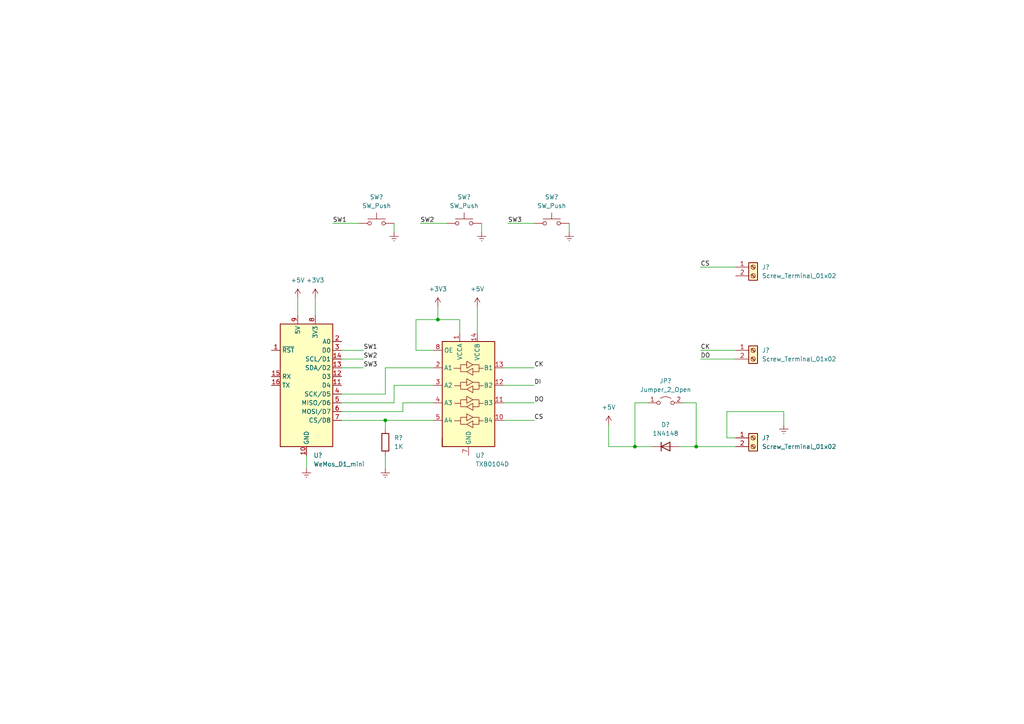
<source format=kicad_sch>
(kicad_sch (version 20211123) (generator eeschema)
  (paper "A4")
  (lib_symbols
    (symbol "Connector:Screw_Terminal_01x02" (pin_names (offset 1.016) hide)
      (property "Reference" "J" (at 0 2.54 0))
      (property "Value" "Screw_Terminal_01x02" (at 0 -5.08 0))
      (symbol "Screw_Terminal_01x02_1_1"
        (rectangle (start -1.27 1.27) (end 1.27 -3.81) (stroke (width 0.254)) (fill (type background)))
        (circle (center 0 -2.54) (radius 0.635) (stroke (width 0.1524)))
        (polyline (pts (xy -0.5334 -2.2098) (xy 0.3302 -3.048)) (stroke (width 0.1524)))
        (polyline (pts (xy -0.5334 0.3302) (xy 0.3302 -0.508)) (stroke (width 0.1524)))
        (polyline (pts (xy -0.3556 -2.032) (xy 0.508 -2.8702)) (stroke (width 0.1524)))
        (polyline (pts (xy -0.3556 0.508) (xy 0.508 -0.3302)) (stroke (width 0.1524)))
        (circle (center 0 0) (radius 0.635) (stroke (width 0.1524)))
        (pin passive line (at -5.08 0 0) (length 3.81) (name "Pin_1") (number "1"))
        (pin passive line (at -5.08 -2.54 0) (length 3.81) (name "Pin_2") (number "2"))
      )
    )
    (symbol "Device:R" (pin_numbers hide) (pin_names (offset 0))
      (property "Reference" "R" (at 2.032 0 90))
      (property "Value" "R" (at 0 0 90))
      (symbol "R_0_1"
        (rectangle (start -1.016 -2.54) (end 1.016 2.54) (stroke (width 0.254)))
      )
      (symbol "R_1_1"
        (pin passive line (at 0 3.81 270) (length 1.27) (name "~") (number "1"))
        (pin passive line (at 0 -3.81 90) (length 1.27) (name "~") (number "2"))
      )
    )
    (symbol "Diode:1N4148" (pin_numbers hide) (pin_names (offset 1.016) hide)
      (property "Reference" "D" (at 0 2.54 0))
      (property "Value" "1N4148" (at 0 -2.54 0))
      (symbol "1N4148_0_1"
        (polyline (pts (xy -1.27 1.27) (xy -1.27 -1.27)) (stroke (width 0.254)))
        (polyline (pts (xy 1.27 0) (xy -1.27 0)))
        (polyline (pts (xy 1.27 1.27) (xy 1.27 -1.27) (xy -1.27 0) (xy 1.27 1.27)) (stroke (width 0.254)))
      )
      (symbol "1N4148_1_1"
        (pin passive line (at -3.81 0 0) (length 2.54) (name "K") (number "1"))
        (pin passive line (at 3.81 0 180) (length 2.54) (name "A") (number "2"))
      )
    )
    (symbol "Jumper:Jumper_2_Open" (pin_names (offset 0) hide)
      (property "Reference" "JP" (at 0 2.794 0))
      (property "Value" "Jumper_2_Open" (at 0 -2.286 0))
      (symbol "Jumper_2_Open_0_0"
        (circle (center -2.032 0) (radius 0.508))
        (circle (center 2.032 0) (radius 0.508))
      )
      (symbol "Jumper_2_Open_0_1"
        (arc (start 1.524 1.27) (mid 0 1.778) (end -1.524 1.27))
      )
      (symbol "Jumper_2_Open_1_1"
        (pin passive line (at -5.08 0 0) (length 2.54) (name "A") (number "1"))
        (pin passive line (at 5.08 0 180) (length 2.54) (name "B") (number "2"))
      )
    )
    (symbol "Logic_LevelTranslator:TXB0104D"
      (property "Reference" "U" (at -6.35 16.51 0))
      (property "Value" "TXB0104D" (at 3.81 16.51 0))
      (symbol "TXB0104D_0_1"
        (rectangle (start -7.62 -15.24) (end -7.62 -12.7) (stroke (width 0.254)))
        (rectangle (start -7.62 15.24) (end 7.62 -15.24) (stroke (width 0.254)) (fill (type background)))
        (polyline (pts (xy -2.286 -7.747) (xy -2.286 -6.731) (xy -0.508 -6.731)))
        (polyline (pts (xy -2.286 -2.667) (xy -2.286 -1.651) (xy -0.508 -1.651)))
        (polyline (pts (xy -2.286 2.413) (xy -2.286 3.429) (xy -0.508 3.429)))
        (polyline (pts (xy -2.286 7.493) (xy -2.286 8.509) (xy -0.508 8.509)))
        (polyline (pts (xy 3.048 -7.747) (xy 3.048 -8.763) (xy 1.27 -8.763)))
        (polyline (pts (xy 3.048 -2.667) (xy 3.048 -3.683) (xy 1.27 -3.683)))
        (polyline (pts (xy 3.048 2.413) (xy 3.048 1.397) (xy 1.27 1.397)))
        (polyline (pts (xy 3.048 7.493) (xy 3.048 6.477) (xy 1.27 6.477)))
        (polyline (pts (xy -0.508 -8.763) (xy -2.286 -8.763) (xy -2.286 -7.747) (xy -4.064 -7.747)))
        (polyline (pts (xy -0.508 -8.763) (xy 1.27 -7.747) (xy 1.27 -9.779) (xy -0.508 -8.763)))
        (polyline (pts (xy -0.508 -3.683) (xy -2.286 -3.683) (xy -2.286 -2.667) (xy -4.064 -2.667)))
        (polyline (pts (xy -0.508 -3.683) (xy 1.27 -2.667) (xy 1.27 -4.699) (xy -0.508 -3.683)))
        (polyline (pts (xy -0.508 1.397) (xy -2.286 1.397) (xy -2.286 2.413) (xy -4.064 2.413)))
        (polyline (pts (xy -0.508 1.397) (xy 1.27 2.413) (xy 1.27 0.381) (xy -0.508 1.397)))
        (polyline (pts (xy -0.508 6.477) (xy -2.286 6.477) (xy -2.286 7.493) (xy -4.318 7.493)))
        (polyline (pts (xy -0.508 6.477) (xy 1.27 7.493) (xy 1.27 5.461) (xy -0.508 6.477)))
        (polyline (pts (xy 1.27 -6.731) (xy -0.508 -7.747) (xy -0.508 -5.715) (xy 1.27 -6.731)))
        (polyline (pts (xy 1.27 -6.731) (xy 3.048 -6.731) (xy 3.048 -7.747) (xy 4.318 -7.747)))
        (polyline (pts (xy 1.27 -1.651) (xy -0.508 -2.667) (xy -0.508 -0.635) (xy 1.27 -1.651)))
        (polyline (pts (xy 1.27 -1.651) (xy 3.048 -1.651) (xy 3.048 -2.667) (xy 4.318 -2.667)))
        (polyline (pts (xy 1.27 3.429) (xy -0.508 2.413) (xy -0.508 4.445) (xy 1.27 3.429)))
        (polyline (pts (xy 1.27 3.429) (xy 3.048 3.429) (xy 3.048 2.413) (xy 4.318 2.413)))
        (polyline (pts (xy 1.27 8.509) (xy -0.508 7.493) (xy -0.508 9.525) (xy 1.27 8.509)))
        (polyline (pts (xy 1.27 8.509) (xy 3.048 8.509) (xy 3.048 7.493) (xy 4.318 7.493)))
      )
      (symbol "TXB0104D_1_1"
        (pin power_in line (at -2.54 17.78 270) (length 2.54) (name "VCCA") (number "1"))
        (pin bidirectional line (at 10.16 -7.62 180) (length 2.54) (name "B4") (number "10"))
        (pin bidirectional line (at 10.16 -2.54 180) (length 2.54) (name "B3") (number "11"))
        (pin bidirectional line (at 10.16 2.54 180) (length 2.54) (name "B2") (number "12"))
        (pin bidirectional line (at 10.16 7.62 180) (length 2.54) (name "B1") (number "13"))
        (pin power_in line (at 2.54 17.78 270) (length 2.54) (name "VCCB") (number "14"))
        (pin bidirectional line (at -10.16 7.62 0) (length 2.54) (name "A1") (number "2"))
        (pin bidirectional line (at -10.16 2.54 0) (length 2.54) (name "A2") (number "3"))
        (pin bidirectional line (at -10.16 -2.54 0) (length 2.54) (name "A3") (number "4"))
        (pin bidirectional line (at -10.16 -7.62 0) (length 2.54) (name "A4") (number "5"))
        (pin no_connect line (at -10.16 -12.7 0) (length 2.54) hide (name "NC") (number "6"))
        (pin power_in line (at 0 -17.78 90) (length 2.54) (name "GND") (number "7"))
        (pin input line (at -10.16 12.7 0) (length 2.54) (name "OE") (number "8"))
        (pin no_connect line (at 10.16 -12.7 180) (length 2.54) hide (name "NC") (number "9"))
      )
    )
    (symbol "MCU_Module:WeMos_D1_mini"
      (property "Reference" "U" (at 3.81 19.05 0))
      (property "Value" "WeMos_D1_mini" (at 1.27 -19.05 0))
      (symbol "WeMos_D1_mini_1_1"
        (rectangle (start -7.62 17.78) (end 7.62 -17.78) (stroke (width 0.254)) (fill (type background)))
        (pin input line (at -10.16 10.16 0) (length 2.54) (name "~{RST}") (number "1"))
        (pin power_in line (at 0 -20.32 90) (length 2.54) (name "GND") (number "10"))
        (pin bidirectional line (at 10.16 0 180) (length 2.54) (name "D4") (number "11"))
        (pin bidirectional line (at 10.16 2.54 180) (length 2.54) (name "D3") (number "12"))
        (pin bidirectional line (at 10.16 5.08 180) (length 2.54) (name "SDA/D2") (number "13"))
        (pin bidirectional line (at 10.16 7.62 180) (length 2.54) (name "SCL/D1") (number "14"))
        (pin input line (at -10.16 2.54 0) (length 2.54) (name "RX") (number "15"))
        (pin output line (at -10.16 0 0) (length 2.54) (name "TX") (number "16"))
        (pin input line (at 10.16 12.7 180) (length 2.54) (name "A0") (number "2"))
        (pin bidirectional line (at 10.16 10.16 180) (length 2.54) (name "D0") (number "3"))
        (pin bidirectional line (at 10.16 -2.54 180) (length 2.54) (name "SCK/D5") (number "4"))
        (pin bidirectional line (at 10.16 -5.08 180) (length 2.54) (name "MISO/D6") (number "5"))
        (pin bidirectional line (at 10.16 -7.62 180) (length 2.54) (name "MOSI/D7") (number "6"))
        (pin bidirectional line (at 10.16 -10.16 180) (length 2.54) (name "CS/D8") (number "7"))
        (pin power_out line (at 2.54 20.32 270) (length 2.54) (name "3V3") (number "8"))
        (pin power_in line (at -2.54 20.32 270) (length 2.54) (name "5V") (number "9"))
      )
    )
    (symbol "Switch:SW_Push" (pin_numbers hide) (pin_names (offset 1.016) hide)
      (property "Reference" "SW" (at 1.27 2.54 0))
      (property "Value" "SW_Push" (at 0 -1.524 0))
      (symbol "SW_Push_0_1"
        (circle (center -2.032 0) (radius 0.508))
        (polyline (pts (xy 0 1.27) (xy 0 3.048)))
        (polyline (pts (xy 2.54 1.27) (xy -2.54 1.27)))
        (circle (center 2.032 0) (radius 0.508))
        (pin passive line (at -5.08 0 0) (length 2.54) (name "1") (number "1"))
        (pin passive line (at 5.08 0 180) (length 2.54) (name "2") (number "2"))
      )
    )
    (symbol "power:+3.3V" (power) (pin_names (offset 0))
      (property "Value" "+3.3V" (at 0 3.556 0))
      (symbol "+3.3V_0_1"
        (polyline (pts (xy -0.762 1.27) (xy 0 2.54)))
        (polyline (pts (xy 0 0) (xy 0 2.54)))
        (polyline (pts (xy 0 2.54) (xy 0.762 1.27)))
      )
      (symbol "+3.3V_1_1"
        (pin power_in line (at 0 0 90) (length 0) hide (name "+3V3") (number "1"))
      )
    )
    (symbol "power:+5V" (power) (pin_names (offset 0))
      (property "Value" "+5V" (at 0 3.556 0))
      (symbol "+5V_0_1"
        (polyline (pts (xy -0.762 1.27) (xy 0 2.54)))
        (polyline (pts (xy 0 0) (xy 0 2.54)))
        (polyline (pts (xy 0 2.54) (xy 0.762 1.27)))
      )
      (symbol "+5V_1_1"
        (pin power_in line (at 0 0 90) (length 0) hide (name "+5V") (number "1"))
      )
    )
    (symbol "power:Earth" (power) (pin_names (offset 0))
      (symbol "Earth_0_1"
        (polyline (pts (xy -0.635 -1.905) (xy 0.635 -1.905)))
        (polyline (pts (xy -0.127 -2.54) (xy 0.127 -2.54)))
        (polyline (pts (xy 0 -1.27) (xy 0 0)))
        (polyline (pts (xy 1.27 -1.27) (xy -1.27 -1.27)))
      )
      (symbol "Earth_1_1"
        (pin power_in line (at 0 0 270) (length 0) hide (name "Earth") (number "1"))
      )
    )
  )
  (junction (at 184.15 129.54))
  (junction (at 201.93 129.54))
  (junction (at 127 92.71))
  (junction (at 111.76 121.92))
  (wire (pts (xy 99.06 119.38) (xy 116.84 119.38)))
  (wire (pts (xy 114.3 111.76) (xy 125.73 111.76)))
  (wire (pts (xy 196.85 129.54) (xy 201.93 129.54)))
  (wire (pts (xy 133.35 92.71) (xy 133.35 96.52)))
  (wire (pts (xy 88.9 132.08) (xy 88.9 135.89)))
  (wire (pts (xy 116.84 116.84) (xy 125.73 116.84)))
  (wire (pts (xy 111.76 106.68) (xy 125.73 106.68)))
  (wire (pts (xy 121.92 64.77) (xy 129.54 64.77)))
  (wire (pts (xy 86.36 86.36) (xy 86.36 91.44)))
  (wire (pts (xy 99.06 114.3) (xy 111.76 114.3)))
  (wire (pts (xy 114.3 116.84) (xy 114.3 111.76)))
  (wire (pts (xy 146.05 116.84) (xy 154.94 116.84)))
  (wire (pts (xy 189.23 129.54) (xy 184.15 129.54)))
  (wire (pts (xy 146.05 106.68) (xy 154.94 106.68)))
  (wire (pts (xy 147.32 64.77) (xy 154.94 64.77)))
  (wire (pts (xy 111.76 121.92) (xy 125.73 121.92)))
  (wire (pts (xy 99.06 101.6) (xy 105.41 101.6)))
  (wire (pts (xy 210.82 127) (xy 210.82 119.38)))
  (wire (pts (xy 114.3 64.77) (xy 114.3 67.31)))
  (wire (pts (xy 127 88.9) (xy 127 92.71)))
  (wire (pts (xy 227.33 119.38) (xy 227.33 123.19)))
  (wire (pts (xy 176.53 123.19) (xy 176.53 129.54)))
  (wire (pts (xy 213.36 127) (xy 210.82 127)))
  (wire (pts (xy 165.1 64.77) (xy 165.1 67.31)))
  (wire (pts (xy 120.65 92.71) (xy 127 92.71)))
  (wire (pts (xy 99.06 106.68) (xy 105.41 106.68)))
  (wire (pts (xy 96.52 64.77) (xy 104.14 64.77)))
  (wire (pts (xy 127 92.71) (xy 133.35 92.71)))
  (wire (pts (xy 146.05 121.92) (xy 154.94 121.92)))
  (wire (pts (xy 91.44 86.36) (xy 91.44 91.44)))
  (wire (pts (xy 146.05 111.76) (xy 154.94 111.76)))
  (wire (pts (xy 184.15 129.54) (xy 184.15 116.84)))
  (wire (pts (xy 99.06 121.92) (xy 111.76 121.92)))
  (wire (pts (xy 99.06 104.14) (xy 105.41 104.14)))
  (wire (pts (xy 120.65 101.6) (xy 120.65 92.71)))
  (wire (pts (xy 210.82 119.38) (xy 227.33 119.38)))
  (wire (pts (xy 201.93 129.54) (xy 213.36 129.54)))
  (wire (pts (xy 213.36 101.6) (xy 203.2 101.6)))
  (wire (pts (xy 111.76 121.92) (xy 111.76 124.46)))
  (wire (pts (xy 116.84 119.38) (xy 116.84 116.84)))
  (wire (pts (xy 111.76 114.3) (xy 111.76 106.68)))
  (wire (pts (xy 213.36 77.47) (xy 203.2 77.47)))
  (wire (pts (xy 138.43 88.9) (xy 138.43 96.52)))
  (wire (pts (xy 125.73 101.6) (xy 120.65 101.6)))
  (wire (pts (xy 184.15 116.84) (xy 187.96 116.84)))
  (wire (pts (xy 111.76 132.08) (xy 111.76 135.89)))
  (wire (pts (xy 176.53 129.54) (xy 184.15 129.54)))
  (wire (pts (xy 201.93 116.84) (xy 201.93 129.54)))
  (wire (pts (xy 198.12 116.84) (xy 201.93 116.84)))
  (wire (pts (xy 213.36 104.14) (xy 203.2 104.14)))
  (wire (pts (xy 139.7 64.77) (xy 139.7 67.31)))
  (wire (pts (xy 99.06 116.84) (xy 114.3 116.84)))
  (label "SW3" (at 105.41 106.68 0))
  (label "SW2" (at 105.41 104.14 0))
  (label "SW3" (at 147.32 64.77 0))
  (label "CK" (at 203.2 101.6 0))
  (label "CS" (at 203.2 77.47 0))
  (label "CK" (at 154.94 106.68 0))
  (label "DO" (at 203.2 104.14 0))
  (label "DI" (at 154.94 111.76 0))
  (label "CS" (at 154.94 121.92 0))
  (label "SW1" (at 96.52 64.77 0))
  (label "SW1" (at 105.41 101.6 0))
  (label "SW2" (at 121.92 64.77 0))
  (label "DO" (at 154.94 116.84 0))
  (symbol (lib_id "power:Earth") (at 111.76 135.89 0) (unit 1)
    (property "Reference" "#PWR?" (effects hide))
    (property "Value" "Earth" (effects hide))
  )
  (symbol (lib_id "power:Earth") (at 227.33 123.19 0) (unit 1)
    (property "Reference" "#PWR?" (effects hide))
    (property "Value" "Earth" (effects hide))
  )
  (symbol (lib_id "MCU_Module:WeMos_D1_mini") (at 88.9 111.76 0) (unit 1)
    (property "Reference" "U?" (at 90.9194 132.08 0) (effects (justify left)))
    (property "Value" "WeMos_D1_mini" (at 90.9194 134.62 0) (effects (justify left)))
    (property "Footprint" "Module:WEMOS_D1_mini_light" (effects hide))
    (property "Datasheet" "https://wiki.wemos.cc/products:d1:d1_mini#documentation" (effects hide))
  )
  (symbol (lib_id "power:+5V") (at 86.36 86.36 0) (unit 1)
    (property "Reference" "#PWR?" (effects hide))
    (property "Value" "+5V" (at 86.36 81.28 0))
  )
  (symbol (lib_id "Device:R") (at 111.76 128.27 0) (unit 1)
    (property "Reference" "R?" (at 114.3 126.9999 0) (effects (justify left)))
    (property "Value" "1K" (at 114.3 129.5399 0) (effects (justify left)))
  )
  (symbol (lib_id "power:Earth") (at 88.9 135.89 0) (unit 1)
    (property "Reference" "#PWR?" (effects hide))
    (property "Value" "Earth" (effects hide))
  )
  (symbol (lib_id "power:+3.3V") (at 127 88.9 0) (unit 1)
    (property "Reference" "#PWR?" (effects hide))
    (property "Value" "+3.3V" (at 127 83.82 0))
  )
  (symbol (lib_id "Switch:SW_Push") (at 160.02 64.77 0) (unit 1)
    (property "Reference" "SW?" (at 160.02 57.15 0))
    (property "Value" "SW_Push" (at 160.02 59.69 0))
  )
  (symbol (lib_id "Jumper:Jumper_2_Open") (at 193.04 116.84 0) (unit 1)
    (property "Reference" "JP?" (at 193.04 110.49 0))
    (property "Value" "Jumper_2_Open" (at 193.04 113.03 0))
  )
  (symbol (lib_id "power:Earth") (at 114.3 67.31 0) (unit 1)
    (property "Reference" "#PWR?" (effects hide))
    (property "Value" "Earth" (effects hide))
  )
  (symbol (lib_id "Logic_LevelTranslator:TXB0104D") (at 135.89 114.3 0) (unit 1)
    (property "Reference" "U?" (at 137.9094 132.08 0) (effects (justify left)))
    (property "Value" "TXB0104D" (at 137.9094 134.62 0) (effects (justify left)))
    (property "Footprint" "Package_SO:SOIC-14_3.9x8.7mm_P1.27mm" (effects hide))
    (property "Datasheet" "http://www.ti.com/lit/ds/symlink/txb0104.pdf" (effects hide))
  )
  (symbol (lib_id "Switch:SW_Push") (at 134.62 64.77 0) (unit 1)
    (property "Reference" "SW?" (at 134.62 57.15 0))
    (property "Value" "SW_Push" (at 134.62 59.69 0))
  )
  (symbol (lib_id "power:+3.3V") (at 91.44 86.36 0) (unit 1)
    (property "Reference" "#PWR?" (effects hide))
    (property "Value" "+3.3V" (at 91.44 81.28 0))
  )
  (symbol (lib_id "power:+5V") (at 176.53 123.19 0) (unit 1)
    (property "Reference" "#PWR?" (effects hide))
    (property "Value" "+5V" (at 176.53 118.11 0))
  )
  (symbol (lib_id "Connector:Screw_Terminal_01x02") (at 218.44 127 0) (unit 1)
    (property "Reference" "J?" (at 220.98 126.9999 0) (effects (justify left)))
    (property "Value" "Screw_Terminal_01x02" (at 220.98 129.5399 0) (effects (justify left)))
  )
  (symbol (lib_id "Connector:Screw_Terminal_01x02") (at 218.44 77.47 0) (unit 1)
    (property "Reference" "J?" (at 220.98 77.4699 0) (effects (justify left)))
    (property "Value" "Screw_Terminal_01x02" (at 220.98 80.0099 0) (effects (justify left)))
  )
  (symbol (lib_id "Switch:SW_Push") (at 109.22 64.77 0) (unit 1)
    (property "Reference" "SW?" (at 109.22 57.15 0))
    (property "Value" "SW_Push" (at 109.22 59.69 0))
  )
  (symbol (lib_id "power:Earth") (at 165.1 67.31 0) (unit 1)
    (property "Reference" "#PWR?" (effects hide))
    (property "Value" "Earth" (effects hide))
  )
  (symbol (lib_id "power:Earth") (at 139.7 67.31 0) (unit 1)
    (property "Reference" "#PWR?" (effects hide))
    (property "Value" "Earth" (effects hide))
  )
  (symbol (lib_id "Diode:1N4148") (at 193.04 129.54 0) (unit 1)
    (property "Reference" "D?" (at 193.04 123.19 0))
    (property "Value" "1N4148" (at 193.04 125.73 0))
    (property "Footprint" "Diode_THT:D_DO-35_SOD27_P7.62mm_Horizontal" (effects hide))
    (property "Datasheet" "https://assets.nexperia.com/documents/data-sheet/1N4148_1N4448.pdf" (effects hide))
  )
  (symbol (lib_id "power:+5V") (at 138.43 88.9 0) (unit 1)
    (property "Reference" "#PWR?" (effects hide))
    (property "Value" "+5V" (at 138.43 83.82 0))
  )
  (symbol (lib_id "Connector:Screw_Terminal_01x02") (at 218.44 101.6 0) (unit 1)
    (property "Reference" "J?" (at 220.98 101.5999 0) (effects (justify left)))
    (property "Value" "Screw_Terminal_01x02" (at 220.98 104.1399 0) (effects (justify left)))
  )
)
</source>
